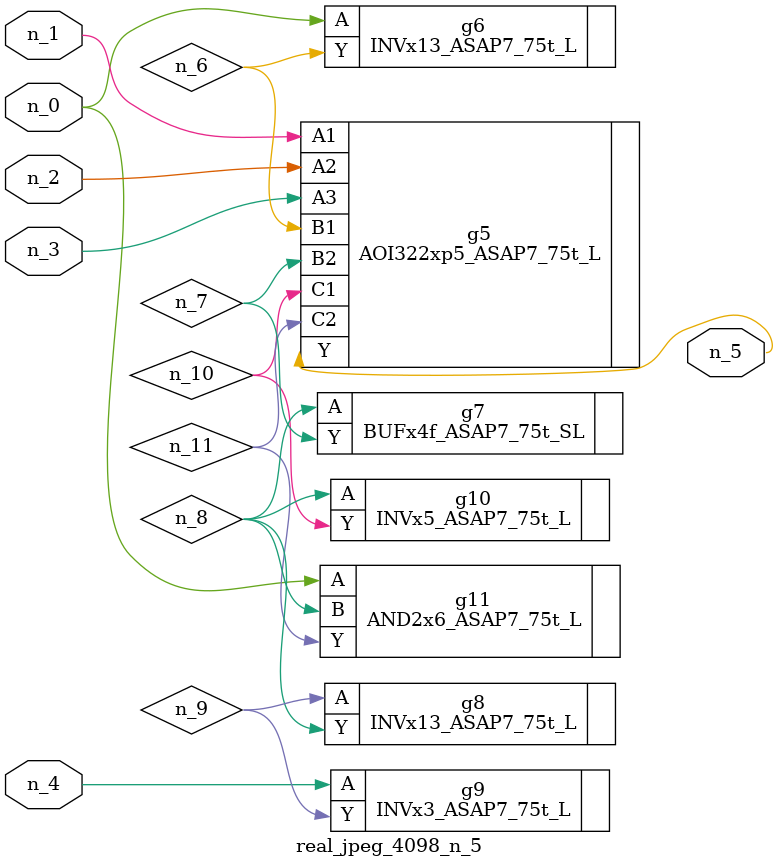
<source format=v>
module real_jpeg_4098_n_5 (n_4, n_0, n_1, n_2, n_3, n_5);

input n_4;
input n_0;
input n_1;
input n_2;
input n_3;

output n_5;

wire n_8;
wire n_11;
wire n_6;
wire n_7;
wire n_10;
wire n_9;

INVx13_ASAP7_75t_L g6 ( 
.A(n_0),
.Y(n_6)
);

AND2x6_ASAP7_75t_L g11 ( 
.A(n_0),
.B(n_8),
.Y(n_11)
);

AOI322xp5_ASAP7_75t_L g5 ( 
.A1(n_1),
.A2(n_2),
.A3(n_3),
.B1(n_6),
.B2(n_7),
.C1(n_10),
.C2(n_11),
.Y(n_5)
);

INVx3_ASAP7_75t_L g9 ( 
.A(n_4),
.Y(n_9)
);

BUFx4f_ASAP7_75t_SL g7 ( 
.A(n_8),
.Y(n_7)
);

INVx5_ASAP7_75t_L g10 ( 
.A(n_8),
.Y(n_10)
);

INVx13_ASAP7_75t_L g8 ( 
.A(n_9),
.Y(n_8)
);


endmodule
</source>
